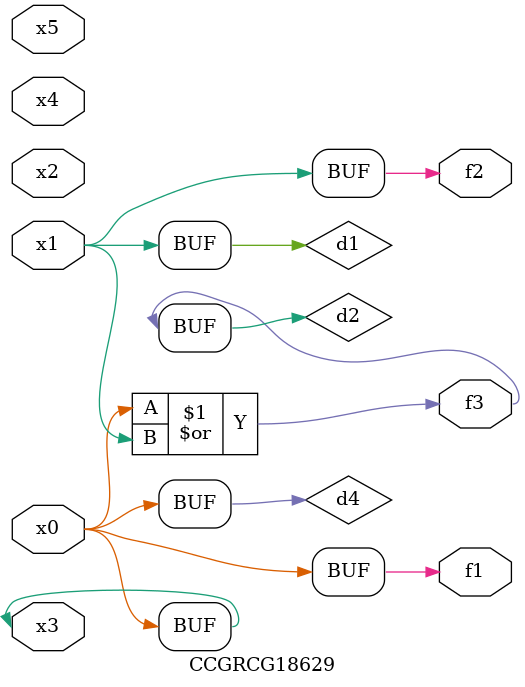
<source format=v>
module CCGRCG18629(
	input x0, x1, x2, x3, x4, x5,
	output f1, f2, f3
);

	wire d1, d2, d3, d4;

	and (d1, x1);
	or (d2, x0, x1);
	nand (d3, x0, x5);
	buf (d4, x0, x3);
	assign f1 = d4;
	assign f2 = d1;
	assign f3 = d2;
endmodule

</source>
